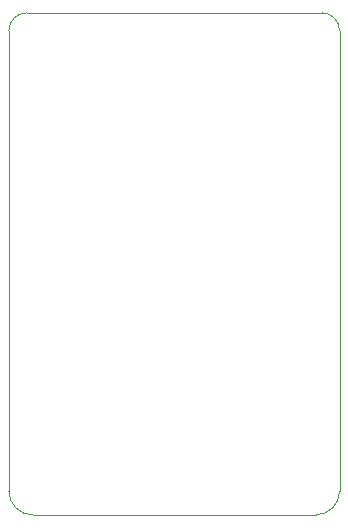
<source format=gm1>
G04 #@! TF.GenerationSoftware,KiCad,Pcbnew,7.0.2*
G04 #@! TF.CreationDate,2024-10-17T18:39:26+08:00*
G04 #@! TF.ProjectId,blinker,626c696e-6b65-4722-9e6b-696361645f70,rev?*
G04 #@! TF.SameCoordinates,Original*
G04 #@! TF.FileFunction,Profile,NP*
%FSLAX46Y46*%
G04 Gerber Fmt 4.6, Leading zero omitted, Abs format (unit mm)*
G04 Created by KiCad (PCBNEW 7.0.2) date 2024-10-17 18:39:26*
%MOMM*%
%LPD*%
G01*
G04 APERTURE LIST*
G04 #@! TA.AperFunction,Profile*
%ADD10C,0.100000*%
G04 #@! TD*
G04 APERTURE END LIST*
D10*
X68000000Y-19000000D02*
G75*
G03*
X66500000Y-17500000I-1500000J0D01*
G01*
X41500000Y-17500000D02*
G75*
G03*
X40000000Y-19000000I0J-1500000D01*
G01*
X40000000Y-58000000D02*
G75*
G03*
X42000000Y-60000000I2000000J0D01*
G01*
X66000000Y-60000000D02*
G75*
G03*
X68000000Y-58000000I0J2000000D01*
G01*
X40000000Y-19000000D02*
X40000000Y-58000000D01*
X66500000Y-17500000D02*
X41500000Y-17500000D01*
X68000000Y-58000000D02*
X68000000Y-19000000D01*
X42000000Y-60000000D02*
X66000000Y-60000000D01*
M02*

</source>
